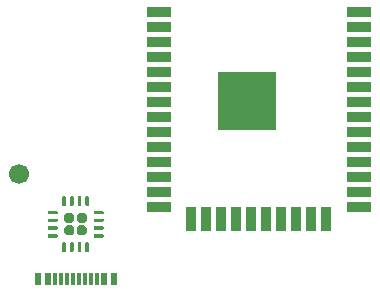
<source format=gbr>
%TF.GenerationSoftware,KiCad,Pcbnew,(5.1.9-0-10_14)*%
%TF.CreationDate,2021-03-09T10:31:21+00:00*%
%TF.ProjectId,OLED,4f4c4544-2e6b-4696-9361-645f70636258,rev?*%
%TF.SameCoordinates,Original*%
%TF.FileFunction,Paste,Top*%
%TF.FilePolarity,Positive*%
%FSLAX46Y46*%
G04 Gerber Fmt 4.6, Leading zero omitted, Abs format (unit mm)*
G04 Created by KiCad (PCBNEW (5.1.9-0-10_14)) date 2021-03-09 10:31:21*
%MOMM*%
%LPD*%
G01*
G04 APERTURE LIST*
%ADD10R,2.000000X0.900000*%
%ADD11R,0.900000X2.000000*%
%ADD12R,5.000000X5.000000*%
%ADD13C,1.700000*%
%ADD14R,0.600000X1.140000*%
%ADD15R,0.300000X1.140000*%
G04 APERTURE END LIST*
D10*
%TO.C,U2*%
X123750000Y-70500000D03*
X123750000Y-71770000D03*
X123750000Y-73040000D03*
X123750000Y-74310000D03*
X123750000Y-75580000D03*
X123750000Y-76850000D03*
X123750000Y-78120000D03*
X123750000Y-79390000D03*
X123750000Y-80660000D03*
X123750000Y-81930000D03*
X123750000Y-83200000D03*
X123750000Y-84470000D03*
X123750000Y-85740000D03*
X123750000Y-87010000D03*
D11*
X120965000Y-88010000D03*
X119695000Y-88010000D03*
X118425000Y-88010000D03*
X117155000Y-88010000D03*
X115885000Y-88010000D03*
X114615000Y-88010000D03*
X113345000Y-88010000D03*
X112075000Y-88010000D03*
X110805000Y-88010000D03*
X109535000Y-88010000D03*
D10*
X106750000Y-87010000D03*
X106750000Y-85740000D03*
X106750000Y-84470000D03*
X106750000Y-83200000D03*
X106750000Y-81930000D03*
X106750000Y-80660000D03*
X106750000Y-79390000D03*
X106750000Y-78120000D03*
X106750000Y-76850000D03*
X106750000Y-75580000D03*
X106750000Y-74310000D03*
X106750000Y-73040000D03*
X106750000Y-71770000D03*
X106750000Y-70500000D03*
D12*
X114250000Y-78000000D03*
%TD*%
%TO.C,U1*%
G36*
G01*
X99825000Y-89212500D02*
X99825000Y-88787500D01*
G75*
G02*
X100037500Y-88575000I212500J0D01*
G01*
X100462500Y-88575000D01*
G75*
G02*
X100675000Y-88787500I0J-212500D01*
G01*
X100675000Y-89212500D01*
G75*
G02*
X100462500Y-89425000I-212500J0D01*
G01*
X100037500Y-89425000D01*
G75*
G02*
X99825000Y-89212500I0J212500D01*
G01*
G37*
G36*
G01*
X99825000Y-88162500D02*
X99825000Y-87737500D01*
G75*
G02*
X100037500Y-87525000I212500J0D01*
G01*
X100462500Y-87525000D01*
G75*
G02*
X100675000Y-87737500I0J-212500D01*
G01*
X100675000Y-88162500D01*
G75*
G02*
X100462500Y-88375000I-212500J0D01*
G01*
X100037500Y-88375000D01*
G75*
G02*
X99825000Y-88162500I0J212500D01*
G01*
G37*
G36*
G01*
X98775000Y-89212500D02*
X98775000Y-88787500D01*
G75*
G02*
X98987500Y-88575000I212500J0D01*
G01*
X99412500Y-88575000D01*
G75*
G02*
X99625000Y-88787500I0J-212500D01*
G01*
X99625000Y-89212500D01*
G75*
G02*
X99412500Y-89425000I-212500J0D01*
G01*
X98987500Y-89425000D01*
G75*
G02*
X98775000Y-89212500I0J212500D01*
G01*
G37*
G36*
G01*
X98775000Y-88162500D02*
X98775000Y-87737500D01*
G75*
G02*
X98987500Y-87525000I212500J0D01*
G01*
X99412500Y-87525000D01*
G75*
G02*
X99625000Y-87737500I0J-212500D01*
G01*
X99625000Y-88162500D01*
G75*
G02*
X99412500Y-88375000I-212500J0D01*
G01*
X98987500Y-88375000D01*
G75*
G02*
X98775000Y-88162500I0J212500D01*
G01*
G37*
G36*
G01*
X98600000Y-86875000D02*
X98600000Y-86175000D01*
G75*
G02*
X98675000Y-86100000I75000J0D01*
G01*
X98825000Y-86100000D01*
G75*
G02*
X98900000Y-86175000I0J-75000D01*
G01*
X98900000Y-86875000D01*
G75*
G02*
X98825000Y-86950000I-75000J0D01*
G01*
X98675000Y-86950000D01*
G75*
G02*
X98600000Y-86875000I0J75000D01*
G01*
G37*
G36*
G01*
X99250000Y-86875000D02*
X99250000Y-86175000D01*
G75*
G02*
X99325000Y-86100000I75000J0D01*
G01*
X99475000Y-86100000D01*
G75*
G02*
X99550000Y-86175000I0J-75000D01*
G01*
X99550000Y-86875000D01*
G75*
G02*
X99475000Y-86950000I-75000J0D01*
G01*
X99325000Y-86950000D01*
G75*
G02*
X99250000Y-86875000I0J75000D01*
G01*
G37*
G36*
G01*
X99900000Y-86875000D02*
X99900000Y-86175000D01*
G75*
G02*
X99975000Y-86100000I75000J0D01*
G01*
X100125000Y-86100000D01*
G75*
G02*
X100200000Y-86175000I0J-75000D01*
G01*
X100200000Y-86875000D01*
G75*
G02*
X100125000Y-86950000I-75000J0D01*
G01*
X99975000Y-86950000D01*
G75*
G02*
X99900000Y-86875000I0J75000D01*
G01*
G37*
G36*
G01*
X100550000Y-86875000D02*
X100550000Y-86175000D01*
G75*
G02*
X100625000Y-86100000I75000J0D01*
G01*
X100775000Y-86100000D01*
G75*
G02*
X100850000Y-86175000I0J-75000D01*
G01*
X100850000Y-86875000D01*
G75*
G02*
X100775000Y-86950000I-75000J0D01*
G01*
X100625000Y-86950000D01*
G75*
G02*
X100550000Y-86875000I0J75000D01*
G01*
G37*
G36*
G01*
X101250000Y-87575000D02*
X101250000Y-87425000D01*
G75*
G02*
X101325000Y-87350000I75000J0D01*
G01*
X102025000Y-87350000D01*
G75*
G02*
X102100000Y-87425000I0J-75000D01*
G01*
X102100000Y-87575000D01*
G75*
G02*
X102025000Y-87650000I-75000J0D01*
G01*
X101325000Y-87650000D01*
G75*
G02*
X101250000Y-87575000I0J75000D01*
G01*
G37*
G36*
G01*
X101250000Y-88225000D02*
X101250000Y-88075000D01*
G75*
G02*
X101325000Y-88000000I75000J0D01*
G01*
X102025000Y-88000000D01*
G75*
G02*
X102100000Y-88075000I0J-75000D01*
G01*
X102100000Y-88225000D01*
G75*
G02*
X102025000Y-88300000I-75000J0D01*
G01*
X101325000Y-88300000D01*
G75*
G02*
X101250000Y-88225000I0J75000D01*
G01*
G37*
G36*
G01*
X101250000Y-88875000D02*
X101250000Y-88725000D01*
G75*
G02*
X101325000Y-88650000I75000J0D01*
G01*
X102025000Y-88650000D01*
G75*
G02*
X102100000Y-88725000I0J-75000D01*
G01*
X102100000Y-88875000D01*
G75*
G02*
X102025000Y-88950000I-75000J0D01*
G01*
X101325000Y-88950000D01*
G75*
G02*
X101250000Y-88875000I0J75000D01*
G01*
G37*
G36*
G01*
X101250000Y-89525000D02*
X101250000Y-89375000D01*
G75*
G02*
X101325000Y-89300000I75000J0D01*
G01*
X102025000Y-89300000D01*
G75*
G02*
X102100000Y-89375000I0J-75000D01*
G01*
X102100000Y-89525000D01*
G75*
G02*
X102025000Y-89600000I-75000J0D01*
G01*
X101325000Y-89600000D01*
G75*
G02*
X101250000Y-89525000I0J75000D01*
G01*
G37*
G36*
G01*
X100550000Y-90775000D02*
X100550000Y-90075000D01*
G75*
G02*
X100625000Y-90000000I75000J0D01*
G01*
X100775000Y-90000000D01*
G75*
G02*
X100850000Y-90075000I0J-75000D01*
G01*
X100850000Y-90775000D01*
G75*
G02*
X100775000Y-90850000I-75000J0D01*
G01*
X100625000Y-90850000D01*
G75*
G02*
X100550000Y-90775000I0J75000D01*
G01*
G37*
G36*
G01*
X99900000Y-90775000D02*
X99900000Y-90075000D01*
G75*
G02*
X99975000Y-90000000I75000J0D01*
G01*
X100125000Y-90000000D01*
G75*
G02*
X100200000Y-90075000I0J-75000D01*
G01*
X100200000Y-90775000D01*
G75*
G02*
X100125000Y-90850000I-75000J0D01*
G01*
X99975000Y-90850000D01*
G75*
G02*
X99900000Y-90775000I0J75000D01*
G01*
G37*
G36*
G01*
X99250000Y-90775000D02*
X99250000Y-90075000D01*
G75*
G02*
X99325000Y-90000000I75000J0D01*
G01*
X99475000Y-90000000D01*
G75*
G02*
X99550000Y-90075000I0J-75000D01*
G01*
X99550000Y-90775000D01*
G75*
G02*
X99475000Y-90850000I-75000J0D01*
G01*
X99325000Y-90850000D01*
G75*
G02*
X99250000Y-90775000I0J75000D01*
G01*
G37*
G36*
G01*
X98600000Y-90775000D02*
X98600000Y-90075000D01*
G75*
G02*
X98675000Y-90000000I75000J0D01*
G01*
X98825000Y-90000000D01*
G75*
G02*
X98900000Y-90075000I0J-75000D01*
G01*
X98900000Y-90775000D01*
G75*
G02*
X98825000Y-90850000I-75000J0D01*
G01*
X98675000Y-90850000D01*
G75*
G02*
X98600000Y-90775000I0J75000D01*
G01*
G37*
G36*
G01*
X97350000Y-89525000D02*
X97350000Y-89375000D01*
G75*
G02*
X97425000Y-89300000I75000J0D01*
G01*
X98125000Y-89300000D01*
G75*
G02*
X98200000Y-89375000I0J-75000D01*
G01*
X98200000Y-89525000D01*
G75*
G02*
X98125000Y-89600000I-75000J0D01*
G01*
X97425000Y-89600000D01*
G75*
G02*
X97350000Y-89525000I0J75000D01*
G01*
G37*
G36*
G01*
X97350000Y-88875000D02*
X97350000Y-88725000D01*
G75*
G02*
X97425000Y-88650000I75000J0D01*
G01*
X98125000Y-88650000D01*
G75*
G02*
X98200000Y-88725000I0J-75000D01*
G01*
X98200000Y-88875000D01*
G75*
G02*
X98125000Y-88950000I-75000J0D01*
G01*
X97425000Y-88950000D01*
G75*
G02*
X97350000Y-88875000I0J75000D01*
G01*
G37*
G36*
G01*
X97350000Y-88225000D02*
X97350000Y-88075000D01*
G75*
G02*
X97425000Y-88000000I75000J0D01*
G01*
X98125000Y-88000000D01*
G75*
G02*
X98200000Y-88075000I0J-75000D01*
G01*
X98200000Y-88225000D01*
G75*
G02*
X98125000Y-88300000I-75000J0D01*
G01*
X97425000Y-88300000D01*
G75*
G02*
X97350000Y-88225000I0J75000D01*
G01*
G37*
G36*
G01*
X97350000Y-87575000D02*
X97350000Y-87425000D01*
G75*
G02*
X97425000Y-87350000I75000J0D01*
G01*
X98125000Y-87350000D01*
G75*
G02*
X98200000Y-87425000I0J-75000D01*
G01*
X98200000Y-87575000D01*
G75*
G02*
X98125000Y-87650000I-75000J0D01*
G01*
X97425000Y-87650000D01*
G75*
G02*
X97350000Y-87575000I0J75000D01*
G01*
G37*
%TD*%
D13*
%TO.C,M1*%
X94940000Y-84230000D03*
%TD*%
D14*
%TO.C,J1*%
X102950000Y-93135000D03*
X97350000Y-93135000D03*
X96550000Y-93135000D03*
X102150000Y-93135000D03*
D15*
X100000000Y-93135000D03*
X99500000Y-93135000D03*
X100500000Y-93135000D03*
X99000000Y-93135000D03*
X101000000Y-93135000D03*
X98500000Y-93135000D03*
X101500000Y-93135000D03*
X98000000Y-93135000D03*
D14*
X102150000Y-93135000D03*
X97350000Y-93135000D03*
X102950000Y-93135000D03*
X96550000Y-93135000D03*
%TD*%
M02*

</source>
